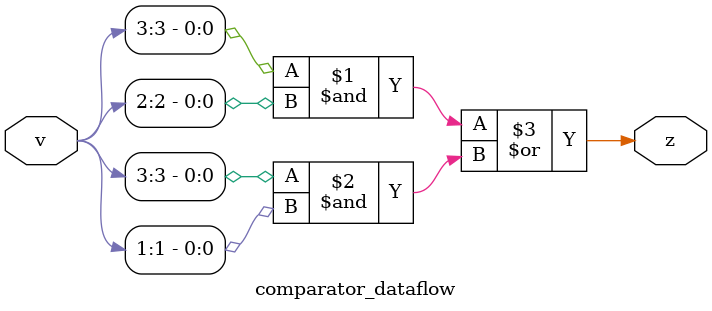
<source format=v>
`timescale 1ns / 1ps


module comparator_dataflow(
    input [3:0] v,
    output z
    );
    
    assign z = v[3]&v[2] | v[3]&v[1];
    
endmodule

</source>
